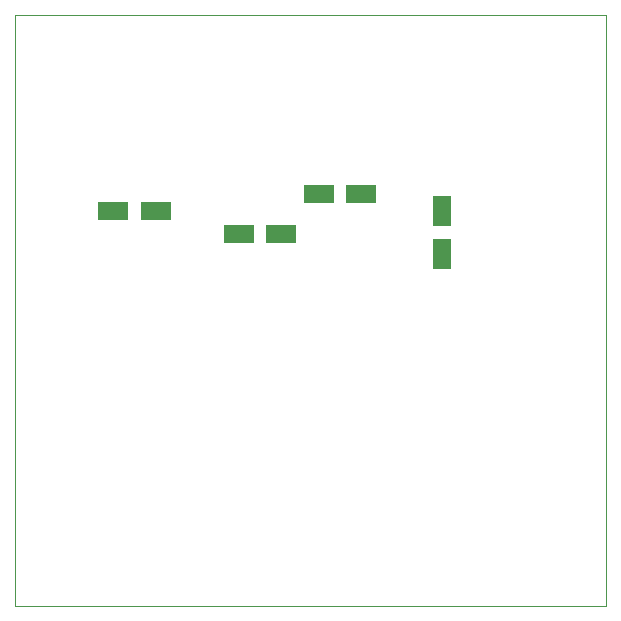
<source format=gbp>
G75*
%MOIN*%
%OFA0B0*%
%FSLAX25Y25*%
%IPPOS*%
%LPD*%
%AMOC8*
5,1,8,0,0,1.08239X$1,22.5*
%
%ADD10C,0.00394*%
%ADD11R,0.10236X0.06299*%
%ADD12R,0.06299X0.10236*%
D10*
X0001800Y0001800D02*
X0001800Y0198650D01*
X0198650Y0198650D01*
X0198650Y0001800D01*
X0001800Y0001800D01*
D11*
X0076328Y0125816D03*
X0090501Y0125816D03*
X0102981Y0139005D03*
X0117154Y0139005D03*
X0048572Y0133296D03*
X0034398Y0133296D03*
D12*
X0144123Y0133217D03*
X0144123Y0119044D03*
M02*

</source>
